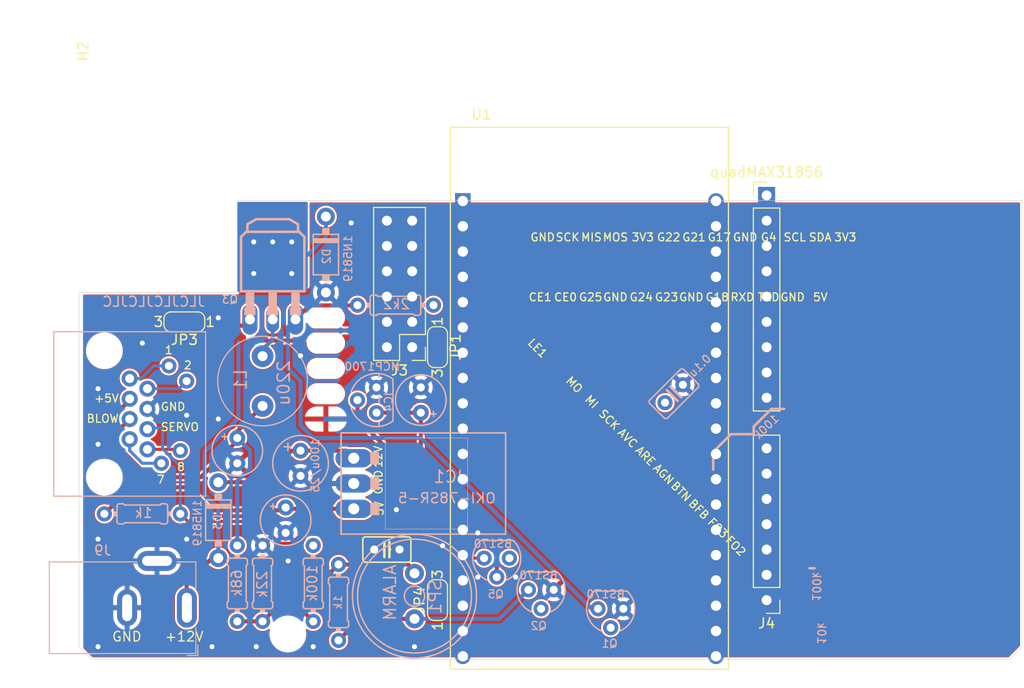
<source format=kicad_pcb>
(kicad_pcb (version 20211014) (generator pcbnew)
  (layers (0 "F.Cu" signal "Top") (31 "B.Cu" signal "Bottom") (35 "F.Paste" user) (36 "B.SilkS" user "B.Silkscreen") (37 "F.SilkS" user "F.Silkscreen") (38 "B.Mask" user) (39 "F.Mask" user) (44 "Edge.Cuts" user))
  (net 0 "")
  (net 1 "GND")
  (net 2 "+5V")
  (net 3 "+12V")
  (net 4 "+3V3")
  (net 5 "Net-(C4-Pad+)")
  (net 6 "Net-(Q2-PadD)")
  (net 7 "/OUT-8")
  (net 8 "/SRVBST")
  (net 9 "/OUT-2")
  (net 10 "/OUT-1")
  (net 11 "/+12V_BLW")
  (net 12 "/OUT-7")
  (net 13 "Net-(D2-PadC)")
  (net 14 "Net-(Q1-PadD)")
  (net 15 "Net-(R13-Pad2)")
  (net 16 "SCK")
  (net 17 "CS")
  (net 18 "DC")
  (net 19 "RES")
  (net 20 "D1")
  (net 21 "D0")
  (net 22 "VCC")
  (net 23 "Blower")
  (net 24 "Alarm")
  (net 25 "Servo")
  (net 26 "SDI")
  (net 27 "CS3")
  (net 28 "CS2")
  (net 29 "CS1")
  (net 30 "SC0")
  (net 31 "SDO")
  (net 32 "Net-(JP1-Pad2)")
  (net 52 "Net-(JP3-Pad2)")
  (net 53 "Net-(JP4-Pad2)")
  (net 54 "Blower FB")
  (footprint "Jumper:SolderJumper-3_P1.3mm_Open_RoundedPad1.0x1.5mm_NumberLabels" (layer "F.Cu") (at 137.16 96.52 -90)
    (fp_text reference "JP1" (at 0 -1.8 -90) (layer "F.SilkS"))
    (fp_text value "SolderJumper_3_Open")
    (fp_text user "3" (at 2.6 0 -90) (layer "F.SilkS"))
    (fp_text user "1" (at -2.6 0 -90) (layer "F.SilkS"))
    (pad "1" smd custom locked (at -1.3 0 270) (size 1 0.5) (layers "F.Cu" "F.Mask") (net 2 "+5V") (options (clearance outline) (anchor rect)) (primitives (gr_circle (center 0 0.25) (end 0.5 0.25) (width 0) (fill yes)) (gr_circle (center 0 -0.25) (end 0.5 -0.25) (width 0) (fill yes)) (gr_poly (pts (xy 0.55 0.75) (xy 0 0.75) (xy 0 -0.75) (xy 0.55 -0.75)) (width 0) (fill yes))))
    (pad "2" smd rect locked (at 0 0 270) (size 1 1.5) (layers "F.Cu" "F.Mask") (net 32 "Net-(JP1-Pad2)"))
    (pad "3" smd custom locked (at 1.3 0 270) (size 1 0.5) (layers "F.Cu" "F.Mask") (net 4 "+3V3") (options (clearance outline) (anchor rect)) (primitives (gr_circle (center 0 0.25) (end 0.5 0.25) (width 0) (fill yes)) (gr_circle (center 0 -0.25) (end 0.5 -0.25) (width 0) (fill yes)) (gr_poly (pts (xy 0 0.75) (xy -0.55 0.75) (xy -0.55 -0.75) (xy 0 -0.75)) (width 0) (fill yes))))
  )
  (footprint "HeaterMeterPI:PAD-032" (layer "F.Cu") (at 111.3536 106.9086)
    (fp_text reference "U$1" hide)
    (fp_text value "THROUGH-HOLE" hide)
    (pad "P" thru_hole circle locked (at 0 0) (size 1.524 1.524) (drill 0.8128) (layers *.Cu *.Mask) (net 7 "/OUT-8"))
  )
  (footprint "HeaterMeterPI:PAD-032" (layer "F.Cu") (at 109.4486 108.1786)
    (fp_text reference "U$2" hide)
    (fp_text value "THROUGH-HOLE" hide)
    (pad "P" thru_hole circle locked (at 0 0) (size 1.524 1.524) (drill 0.8128) (layers *.Cu *.Mask) (net 12 "/OUT-7"))
  )
  (footprint "HeaterMeterPI:PAD-032" (layer "F.Cu") (at 110.2106 98.3996)
    (fp_text reference "U$3" hide)
    (fp_text value "THROUGH-HOLE" hide)
    (pad "P" thru_hole circle locked (at 0 0) (size 1.524 1.524) (drill 0.8128) (layers *.Cu *.Mask) (net 10 "/OUT-1"))
  )
  (footprint "HeaterMeterPI:PAD-032" (layer "F.Cu") (at 111.9886 99.9236)
    (fp_text reference "U$4" hide)
    (fp_text value "THROUGH-HOLE" hide)
    (pad "P" thru_hole circle locked (at 0 0) (size 1.524 1.524) (drill 0.8128) (layers *.Cu *.Mask) (net 9 "/OUT-2"))
  )
  (footprint "MountingHole:MountingHole_3.2mm_M3_ISO14580" (layer "F.Cu") (at 122.1486 125.3236)
    (fp_text reference "H1" hide)
    (fp_text value "MountingHole" hide)
    (pad "" np_thru_hole circle locked (at 0 0) (size 3.2 3.2) (drill 3.2) (layers *.Cu *.Mask))
  )
  (footprint "ESP32-DEVKITC-32D:MODULE_ESP32-DEVKITC-32D" (layer "F.Cu") (at 152.4 101.6)
    (fp_text reference "U1" (at -10.829175 -28.446045) (layer "F.SilkS") (effects (font (size 1.000386 1.000386))))
    (fp_text value "ESP32-DEVKITC-32D")
    (pad "1" thru_hole rect locked (at -12.7 -19.76) (size 1.56 1.56) (drill 1.04) (layers *.Cu *.Mask) (net 4 "+3V3"))
    (pad "2" thru_hole circle locked (at -12.7 -17.22) (size 1.56 1.56) (drill 1.04) (layers *.Cu *.Mask))
    (pad "3" thru_hole circle locked (at -12.7 -14.68) (size 1.56 1.56) (drill 1.04) (layers *.Cu *.Mask))
    (pad "4" thru_hole circle locked (at -12.7 -12.14) (size 1.56 1.56) (drill 1.04) (layers *.Cu *.Mask))
    (pad "5" thru_hole circle locked (at -12.7 -9.6) (size 1.56 1.56) (drill 1.04) (layers *.Cu *.Mask))
    (pad "6" thru_hole circle locked (at -12.7 -7.06) (size 1.56 1.56) (drill 1.04) (layers *.Cu *.Mask))
    (pad "7" thru_hole circle locked (at -12.7 -4.52) (size 1.56 1.56) (drill 1.04) (layers *.Cu *.Mask))
    (pad "8" thru_hole circle locked (at -12.7 -1.98) (size 1.56 1.56) (drill 1.04) (layers *.Cu *.Mask) (net 27 "CS3"))
    (pad "9" thru_hole circle locked (at -12.7 0.56) (size 1.56 1.56) (drill 1.04) (layers *.Cu *.Mask) (net 28 "CS2"))
    (pad "10" thru_hole circle locked (at -12.7 3.1) (size 1.56 1.56) (drill 1.04) (layers *.Cu *.Mask) (net 29 "CS1"))
    (pad "11" thru_hole circle locked (at -12.7 5.64) (size 1.56 1.56) (drill 1.04) (layers *.Cu *.Mask) (net 30 "SC0"))
    (pad "12" thru_hole circle locked (at -12.7 8.18) (size 1.56 1.56) (drill 1.04) (layers *.Cu *.Mask) (net 21 "D0"))
    (pad "13" thru_hole circle locked (at -12.7 10.72) (size 1.56 1.56) (drill 1.04) (layers *.Cu *.Mask) (net 18 "DC"))
    (pad "14" thru_hole circle locked (at -12.7 13.26) (size 1.56 1.56) (drill 1.04) (layers *.Cu *.Mask) (net 1 "GND"))
    (pad "15" thru_hole circle locked (at -12.7 15.8) (size 1.56 1.56) (drill 1.04) (layers *.Cu *.Mask) (net 20 "D1"))
    (pad "16" thru_hole circle locked (at -12.7 18.34) (size 1.56 1.56) (drill 1.04) (layers *.Cu *.Mask))
    (pad "17" thru_hole circle locked (at -12.7 20.88) (size 1.56 1.56) (drill 1.04) (layers *.Cu *.Mask))
    (pad "18" thru_hole circle locked (at -12.7 23.42) (size 1.56 1.56) (drill 1.04) (layers *.Cu *.Mask))
    (pad "19" thru_hole circle locked (at -12.7 25.96) (size 1.56 1.56) (drill 1.04) (layers *.Cu *.Mask) (net 2 "+5V"))
    (pad "20" thru_hole circle locked (at 12.7 -19.76) (size 1.56 1.56) (drill 1.04) (layers *.Cu *.Mask) (net 1 "GND"))
    (pad "21" thru_hole circle locked (at 12.7 -17.22) (size 1.56 1.56) (drill 1.04) (layers *.Cu *.Mask) (net 26 "SDI"))
    (pad "22" thru_hole circle locked (at 12.7 -14.68) (size 1.56 1.56) (drill 1.04) (layers *.Cu *.Mask))
    (pad "23" thru_hole circle locked (at 12.7 -12.14) (size 1.56 1.56) (drill 1.04) (layers *.Cu *.Mask))
    (pad "24" thru_hole circle locked (at 12.7 -9.6) (size 1.56 1.56) (drill 1.04) (layers *.Cu *.Mask))
    (pad "25" thru_hole circle locked (at 12.7 -7.06) (size 1.56 1.56) (drill 1.04) (layers *.Cu *.Mask))
    (pad "26" thru_hole circle locked (at 12.7 -4.52) (size 1.56 1.56) (drill 1.04) (layers *.Cu *.Mask))
    (pad "27" thru_hole circle locked (at 12.7 -1.98) (size 1.56 1.56) (drill 1.04) (layers *.Cu *.Mask) (net 31 "SDO"))
    (pad "28" thru_hole circle locked (at 12.7 0.56) (size 1.56 1.56) (drill 1.04) (layers *.Cu *.Mask) (net 16 "SCK"))
    (pad "29" thru_hole circle locked (at 12.7 3.1) (size 1.56 1.56) (drill 1.04) (layers *.Cu *.Mask) (net 54 "Blower FB"))
    (pad "30" thru_hole circle locked (at 12.7 5.64) (size 1.56 1.56) (drill 1.04) (layers *.Cu *.Mask) (net 25 "Servo"))
    (pad "31" thru_hole circle locked (at 12.7 8.18) (size 1.56 1.56) (drill 1.04) (layers *.Cu *.Mask) (net 24 "Alarm"))
    (pad "32" thru_hole circle locked (at 12.7 10.72) (size 1.56 1.56) (drill 1.04) (layers *.Cu *.Mask) (net 19 "RES"))
    (pad "33" thru_hole circle locked (at 12.7 13.26) (size 1.56 1.56) (drill 1.04) (layers *.Cu *.Mask))
    (pad "34" thru_hole circle locked (at 12.7 15.8) (size 1.56 1.56) (drill 1.04) (layers *.Cu *.Mask))
    (pad "35" thru_hole circle locked (at 12.7 18.34) (size 1.56 1.56) (drill 1.04) (layers *.Cu *.Mask) (net 17 "CS"))
    (pad "36" thru_hole circle locked (at 12.7 20.88) (size 1.56 1.56) (drill 1.04) (layers *.Cu *.Mask))
    (pad "37" thru_hole circle locked (at 12.7 23.42) (size 1.56 1.56) (drill 1.04) (layers *.Cu *.Mask))
    (pad "38" thru_hole circle locked (at 12.7 25.96) (size 1.56 1.56) (drill 1.04) (layers *.Cu *.Mask))
  )
  (footprint "Connector_PinHeader_2.54mm:PinHeader_1x09_P2.54mm_Vertical" (layer "F.Cu") (at 170.18 81.28)
    (fp_text reference "quadMAX31856" (at 0 -2.33) (layer "F.SilkS"))
    (fp_text value "Conn_01x09")
    (pad "1" thru_hole rect locked (at 0 0) (size 1.7 1.7) (drill 1) (layers *.Cu *.Mask) (net 1 "GND"))
    (pad "2" thru_hole oval locked (at 0 2.54) (size 1.7 1.7) (drill 1) (layers *.Cu *.Mask) (net 16 "SCK"))
    (pad "3" thru_hole oval locked (at 0 5.08) (size 1.7 1.7) (drill 1) (layers *.Cu *.Mask) (net 26 "SDI"))
    (pad "4" thru_hole oval locked (at 0 7.62) (size 1.7 1.7) (drill 1) (layers *.Cu *.Mask) (net 27 "CS3"))
    (pad "5" thru_hole oval locked (at 0 10.16) (size 1.7 1.7) (drill 1) (layers *.Cu *.Mask) (net 28 "CS2"))
    (pad "6" thru_hole oval locked (at 0 12.7) (size 1.7 1.7) (drill 1) (layers *.Cu *.Mask) (net 29 "CS1"))
    (pad "7" thru_hole oval locked (at 0 15.24) (size 1.7 1.7) (drill 1) (layers *.Cu *.Mask) (net 30 "SC0"))
    (pad "8" thru_hole oval locked (at 0 17.78) (size 1.7 1.7) (drill 1) (layers *.Cu *.Mask) (net 31 "SDO"))
    (pad "9" thru_hole oval locked (at 0 20.32) (size 1.7 1.7) (drill 1) (layers *.Cu *.Mask) (net 32 "Net-(JP1-Pad2)"))
  )
  (footprint "Connector_PinHeader_2.54mm:PinHeader_2x06_P2.54mm_Vertical" (layer "F.Cu") (at 134.62 96.52 180)
    (fp_text reference "J3" (at 1.27 -2.33) (layer "F.SilkS"))
    (fp_text value "Conn_02x03_Odd_Even")
    (pad "1" thru_hole rect locked (at 0 0 180) (size 1.7 1.7) (drill 1) (layers *.Cu *.Mask) (net 3 "+12V"))
    (pad "2" thru_hole oval locked (at 2.54 0 180) (size 1.7 1.7) (drill 1) (layers *.Cu *.Mask) (net 1 "GND"))
    (pad "3" thru_hole oval locked (at 0 2.54 180) (size 1.7 1.7) (drill 1) (layers *.Cu *.Mask) (net 2 "+5V"))
    (pad "4" thru_hole oval locked (at 2.54 2.54 180) (size 1.7 1.7) (drill 1) (layers *.Cu *.Mask) (net 1 "GND"))
    (pad "5" thru_hole oval locked (at 0 5.08 180) (size 1.7 1.7) (drill 1) (layers *.Cu *.Mask) (net 4 "+3V3"))
    (pad "6" thru_hole oval locked (at 2.54 5.08 180) (size 1.7 1.7) (drill 1) (layers *.Cu *.Mask) (net 1 "GND"))
    (pad "7" thru_hole oval locked (at 0 7.62 180) (size 1.7 1.7) (drill 1) (layers *.Cu *.Mask))
    (pad "8" thru_hole oval locked (at 2.54 7.62 180) (size 1.7 1.7) (drill 1) (layers *.Cu *.Mask))
    (pad "9" thru_hole oval locked (at 0 10.16 180) (size 1.7 1.7) (drill 1) (layers *.Cu *.Mask))
    (pad "10" thru_hole oval locked (at 2.54 10.16 180) (size 1.7 1.7) (drill 1) (layers *.Cu *.Mask))
    (pad "11" thru_hole oval locked (at 0 12.7 180) (size 1.7 1.7) (drill 1) (layers *.Cu *.Mask))
    (pad "12" thru_hole oval locked (at 2.54 12.7 180) (size 1.7 1.7) (drill 1) (layers *.Cu *.Mask))
  )
  (footprint "Jumper:SolderJumper-3_P1.3mm_Open_RoundedPad1.0x1.5mm_NumberLabels" (layer "F.Cu") (at 137.16 121.92 90)
    (fp_text reference "JP4" (at 0 -1.8 90) (layer "F.SilkS"))
    (fp_text value "SolderJumper_3_Open")
    (fp_text user "3" (at 2.6 0 90) (layer "F.SilkS"))
    (fp_text user "1" (at -2.6 0 90) (layer "F.SilkS"))
    (pad "1" smd custom locked (at -1.3 0 90) (size 1 0.5) (layers "F.Cu" "F.Mask") (net 3 "+12V") (options (clearance outline) (anchor rect)) (primitives (gr_circle (center 0 0.25) (end 0.5 0.25) (width 0) (fill yes)) (gr_circle (center 0 -0.25) (end 0.5 -0.25) (width 0) (fill yes)) (gr_poly (pts (xy 0.55 0.75) (xy 0 0.75) (xy 0 -0.75) (xy 0.55 -0.75)) (width 0) (fill yes))))
    (pad "2" smd rect locked (at 0 0 90) (size 1 1.5) (layers "F.Cu" "F.Mask") (net 53 "Net-(JP4-Pad2)"))
    (pad "3" smd custom locked (at 1.3 0 90) (size 1 0.5) (layers "F.Cu" "F.Mask") (net 2 "+5V") (options (clearance outline) (anchor rect)) (primitives (gr_circle (center 0 0.25) (end 0.5 0.25) (width 0) (fill yes)) (gr_circle (center 0 -0.25) (end 0.5 -0.25) (width 0) (fill yes)) (gr_poly (pts (xy 0 0.75) (xy -0.55 0.75) (xy -0.55 -0.75) (xy 0 -0.75)) (width 0) (fill yes))))
  )
  (footprint "Connector_PinHeader_2.54mm:PinHeader_1x07_P2.54mm_Vertical" (layer "F.Cu") (at 170.18 121.92 180)
    (fp_text reference "J4" (at 0 -2.33) (layer "F.SilkS"))
    (fp_text value "0.96'OLED")
    (pad "1" thru_hole rect locked (at 0 0 180) (size 1.7 1.7) (drill 1) (layers *.Cu *.Mask) (net 17 "CS"))
    (pad "2" thru_hole oval locked (at 0 2.54 180) (size 1.7 1.7) (drill 1) (layers *.Cu *.Mask) (net 18 "DC"))
    (pad "3" thru_hole oval locked (at 0 5.08 180) (size 1.7 1.7) (drill 1) (layers *.Cu *.Mask) (net 19 "RES"))
    (pad "4" thru_hole oval locked (at 0 7.62 180) (size 1.7 1.7) (drill 1) (layers *.Cu *.Mask) (net 20 "D1"))
    (pad "5" thru_hole oval locked (at 0 10.16 180) (size 1.7 1.7) (drill 1) (layers *.Cu *.Mask) (net 21 "D0"))
    (pad "6" thru_hole oval locked (at 0 12.7 180) (size 1.7 1.7) (drill 1) (layers *.Cu *.Mask) (net 22 "VCC"))
    (pad "7" thru_hole oval locked (at 0 15.24 180) (size 1.7 1.7) (drill 1) (layers *.Cu *.Mask) (net 1 "GND"))
  )
  (footprint "HeaterMeterPI:C025-025X050" (layer "F.Cu") (at 132.08 116.84)
    (fp_text reference "C7" hide)
    (fp_text value "0.1u")
    (pad "1" thru_hole circle locked (at -1.27 0) (size 1.524 1.524) (drill 0.8128) (layers *.Cu *.Mask) (net 54 "Blower FB"))
    (pad "2" thru_hole circle locked (at 1.27 0) (size 1.524 1.524) (drill 0.8128) (layers *.Cu *.Mask) (net 1 "GND"))
  )
  (footprint "MountingHole:MountingHole_3.2mm_M3_ISO14580" (layer "F.Cu") (at 97.86 66.81 -90)
    (fp_text reference "H2" (at 0 -3.75 90) (layer "F.SilkS"))
    (fp_text value "MountingHole")
    (pad "" np_thru_hole circle locked (at 0 0 270) (size 3.2 3.2) (drill 3.2) (layers *.Cu *.Mask))
  )
  (footprint "Jumper:SolderJumper-3_P1.3mm_Open_RoundedPad1.0x1.5mm_NumberLabels" (layer "F.Cu") (at 111.76 93.98 180)
    (fp_text reference "JP3" (at 0 -1.8) (layer "F.SilkS"))
    (fp_text value "SolderJumper_3_Open")
    (fp_text user "3" (at 2.6 0) (layer "F.SilkS"))
    (fp_text user "1" (at -2.6 0) (layer "F.SilkS"))
    (pad "1" smd custom locked (at -1.3 0 180) (size 1 0.5) (layers "F.Cu" "F.Mask") (net 3 "+12V") (options (clearance outline) (anchor rect)) (primitives (gr_circle (center 0 0.25) (end 0.5 0.25) (width 0) (fill yes)) (gr_circle (center 0 -0.25) (end 0.5 -0.25) (width 0) (fill yes)) (gr_poly (pts (xy 0.55 0.75) (xy 0 0.75) (xy 0 -0.75) (xy 0.55 -0.75)) (width 0) (fill yes))))
    (pad "2" smd rect locked (at 0 0 180) (size 1 1.5) (layers "F.Cu" "F.Mask") (net 52 "Net-(JP3-Pad2)"))
    (pad "3" smd custom locked (at 1.3 0 180) (size 1 0.5) (layers "F.Cu" "F.Mask") (net 2 "+5V") (options (clearance outline) (anchor rect)) (primitives (gr_circle (center 0 0.25) (end 0.5 0.25) (width 0) (fill yes)) (gr_circle (center 0 -0.25) (end 0.5 -0.25) (width 0) (fill yes)) (gr_poly (pts (xy 0 0.75) (xy -0.55 0.75) (xy -0.55 -0.75) (xy 0 -0.75)) (width 0) (fill yes))))
  )
  (footprint "HeaterMeterPI:C025-025X050" (layer "B.Cu") (at 160.8836 101.1936 45)
    (fp_text reference "C3" hide)
    (fp_text value "0.1u" (at 2.424669 0.305329 225) (layer "B.SilkS") (effects (font (size 0.8 0.8) (thickness 0.13)) (justify right bottom mirror)))
    (pad "1" thru_hole circle locked (at -1.27 0 45) (size 1.524 1.524) (drill 0.8128) (layers *.Cu *.Mask) (net 4 "+3V3"))
    (pad "2" thru_hole circle locked (at 1.27 0 45) (size 1.524 1.524) (drill 0.8128) (layers *.Cu *.Mask) (net 1 "GND"))
  )
  (footprint "HeaterMeterPI:DO41-7" (layer "B.Cu") (at 115.1636 113.8936 -90)
    (fp_text reference "D3" (at 1.0414 -0.4064 90) (layer "B.SilkS") (effects (font (size 0.8 0.8) (thickness 0.13)) (justify right bottom mirror)))
    (fp_text value "1N5819" (at 2.6924 1.6256 90) (layer "B.SilkS") (effects (font (size 0.8 0.8) (thickness 0.13)) (justify right bottom mirror)))
    (pad "A" thru_hole circle locked (at 3.81 0 270) (size 1.8 1.8) (drill 1) (layers *.Cu *.Mask) (net 3 "+12V"))
    (pad "C" thru_hole circle locked (at -3.81 0 270) (size 1.8 1.8) (drill 1) (layers *.Cu *.Mask) (net 5 "Net-(C4-Pad+)"))
  )
  (footprint "HeaterMeterPI:E2,5-6" (layer "B.Cu") (at 123.4186 108.1786 -90)
    (fp_text reference "C4" hide)
    (fp_text value "100u/25" (at -2.5146 -1.9304 -90) (layer "B.SilkS") (effects (font (size 0.8 0.8) (thickness 0.13)) (justify left bottom mirror)))
    (pad "+" thru_hole circle locked (at -1.27 0 270) (size 1.6002 1.6002) (drill 0.8128) (layers *.Cu *.Mask) (net 5 "Net-(C4-Pad+)"))
    (pad "-" thru_hole circle locked (at 1.27 0 270) (size 1.6002 1.6002) (drill 0.8128) (layers *.Cu *.Mask) (net 1 "GND"))
  )
  (footprint "HeaterMeterPI:E2,5-5" (layer "B.Cu") (at 121.92 113.8936 -90)
    (fp_text reference "C5" hide)
    (fp_text value "100u/10")
    (pad "+" thru_hole circle locked (at -1.27 0 270) (size 1.6002 1.6002) (drill 0.8128) (layers *.Cu *.Mask) (net 2 "+5V"))
    (pad "-" thru_hole circle locked (at 1.27 0 270) (size 1.6002 1.6002) (drill 0.8128) (layers *.Cu *.Mask) (net 1 "GND"))
  )
  (footprint "HeaterMeterPI:AL11P" (layer "B.Cu") (at 134.8486 121.5136 90)
    (fp_text reference "SP1" (at -1.9304 2.794 90) (layer "B.SilkS") (effects (font (size 1.2065 1.2065) (thickness 0.156845)) (justify right bottom mirror)))
    (fp_text value "ALARM" (at -2.5654 -1.7526 90) (layer "B.SilkS") (effects (font (size 1.2065 1.2065) (thickness 0.156845)) (justify right bottom mirror)))
    (pad "+" thru_hole circle locked (at 2.286 0 90) (size 1.905 1.905) (drill 1) (layers *.Cu *.Mask) (net 53 "Net-(JP4-Pad2)"))
    (pad "-" thru_hole circle locked (at -2.286 0 90) (size 1.905 1.905) (drill 1) (layers *.Cu *.Mask) (net 6 "Net-(Q2-PadD)"))
  )
  (footprint "HeaterMeterPI:TO220HMURATA" (layer "B.Cu") (at 133.8326 110.2106 90)
    (fp_text reference "IC1" (at -0.0254 2.8194 180) (layer "B.SilkS") (effects (font (size 1.2065 1.2065) (thickness 0.156845)) (justify right bottom mirror)))
    (fp_text value "OKI-78SR-5" (at -2.0574 -0.7366 180) (layer "B.SilkS") (effects (justify right bottom mirror)))
    (pad "1" thru_hole oval locked (at 2.54 -5.08) (size 3.6576 1.8288) (drill 1.1176) (layers *.Cu *.Mask) (net 5 "Net-(C4-Pad+)"))
    (pad "2" thru_hole oval locked (at 0 -5.08) (size 3.6576 1.8288) (drill 1.1176) (layers *.Cu *.Mask) (net 1 "GND"))
    (pad "3" thru_hole oval locked (at -2.54 -5.08) (size 3.6576 1.8288) (drill 1.1176) (layers *.Cu *.Mask) (net 2 "+5V"))
  )
  (footprint "HeaterMeterPI:TO92" (layer "B.Cu") (at 131.0386 101.8286 -90)
    (fp_text reference "IC4" (at -0.8636 -1.6764 -90) (layer "B.SilkS") (effects (font (size 0.8 0.8) (thickness 0.13)) (justify left bottom mirror)))
    (fp_text value "MCP1700" (at -2.8956 -2.4384) (layer "B.SilkS") (effects (font (size 0.8 0.8) (thickness 0.13)) (justify left bottom mirror)))
    (pad "1" thru_hole circle locked (at -1.27 0 270) (size 1.524 1.524) (drill 0.8128) (layers *.Cu *.Mask) (net 1 "GND"))
    (pad "2" thru_hole circle locked (at 0 1.905 270) (size 1.524 1.524) (drill 0.8128) (layers *.Cu *.Mask) (net 2 "+5V"))
    (pad "3" thru_hole circle locked (at 1.27 0 270) (size 1.524 1.524) (drill 0.8128) (layers *.Cu *.Mask) (net 4 "+3V3"))
  )
  (footprint "HeaterMeterPI:RJ45-8-1H" (layer "B.Cu") (at 103.7336 109.5756 90)
    (fp_text reference "JP2" hide)
    (fp_text value "RJ45-8" hide)
    (pad "" np_thru_hole circle locked (at 12.7 0 90) (size 3.2 3.2) (drill 3.2) (layers *.Cu *.Mask))
    (pad "" np_thru_hole circle locked (at 0 0 90) (size 3.2 3.2) (drill 3.2) (layers *.Cu *.Mask))
    (pad "1" thru_hole circle locked (at 9.906 2.54 90) (size 1.6112 1.6112) (drill 0.9) (layers *.Cu *.Mask) (net 10 "/OUT-1"))
    (pad "2" thru_hole circle locked (at 8.89 4.318 90) (size 1.6112 1.6112) (drill 0.9) (layers *.Cu *.Mask) (net 9 "/OUT-2"))
    (pad "3" thru_hole circle locked (at 7.874 2.54 90) (size 1.6112 1.6112) (drill 0.9) (layers *.Cu *.Mask) (net 2 "+5V"))
    (pad "4" thru_hole circle locked (at 6.858 4.318 90) (size 1.6112 1.6112) (drill 0.9) (layers *.Cu *.Mask) (net 1 "GND"))
    (pad "5" thru_hole circle locked (at 5.842 2.54 90) (size 1.6112 1.6112) (drill 0.9) (layers *.Cu *.Mask) (net 11 "/+12V_BLW"))
    (pad "6" thru_hole circle locked (at 4.826 4.318 90) (size 1.6112 1.6112) (drill 0.9) (layers *.Cu *.Mask) (net 8 "/SRVBST"))
    (pad "7" thru_hole circle locked (at 3.81 2.54 90) (size 1.6112 1.6112) (drill 0.9) (layers *.Cu *.Mask) (net 12 "/OUT-7"))
    (pad "8" thru_hole circle locked (at 2.794 4.318 90) (size 1.6112 1.6112) (drill 0.9) (layers *.Cu *.Mask) (net 7 "/OUT-8"))
  )
  (footprint "HeaterMeterPI:DO41-7" (layer "B.Cu") (at 125.9586 87.2236 -90)
    (fp_text reference "D2" (at 1.0414 -0.5334 90) (layer "B.SilkS") (effects (font (size 0.8 0.8) (thickness 0.13)) (justify right bottom mirror)))
    (fp_text value "1N5819" (at 2.8194 -2.6924 90) (layer "B.SilkS") (effects (font (size 0.8 0.8) (thickness 0.13)) (justify right bottom mirror)))
    (pad "A" thru_hole circle locked (at 3.81 0 270) (size 1.8 1.8) (drill 1) (layers *.Cu *.Mask) (net 1 "GND"))
    (pad "C" thru_hole circle locked (at -3.81 0 270) (size 1.8 1.8) (drill 1) (layers *.Cu *.Mask) (net 13 "Net-(D2-PadC)"))
  )
  (footprint "HeaterMeterPI:TO251" (layer "B.Cu") (at 120.6246 91.0336 180)
    (fp_text reference "Q3" (at 3.4036 -1.1684 180) (layer "B.SilkS") (effects (font (size 0.8 0.8) (thickness 0.13)) (justify left bottom mirror)))
    (fp_text value "FQU11P06TU" hide)
    (pad "1" thru_hole oval locked (at -2.286 -2.699 90) (size 3.048 1.524) (drill 1) (layers *.Cu *.Mask) (net 14 "Net-(Q1-PadD)"))
    (pad "2@1" thru_hole oval locked (at 0 -2.699 90) (size 2.54 1.27) (drill 1) (layers *.Cu *.Mask) (net 13 "Net-(D2-PadC)"))
    (pad "2@2" smd rect locked (at 0 3.81 180) (size 6.35 7.62) (layers "B.Cu" "B.Paste" "B.Mask") (net 13 "Net-(D2-PadC)"))
    (pad "3" thru_hole oval locked (at 2.286 -2.699 90) (size 3.048 1.524) (drill 1) (layers *.Cu *.Mask) (net 52 "Net-(JP3-Pad2)"))
  )
  (footprint "HeaterMeterPI:E2,5-5" (layer "B.Cu") (at 117.0686 106.9086 -90)
    (fp_text reference "C12" hide)
    (fp_text value "47u/25")
    (pad "+" thru_hole circle locked (at -1.27 0 270) (size 1.6002 1.6002) (drill 0.8128) (layers *.Cu *.Mask) (net 11 "/+12V_BLW"))
    (pad "-" thru_hole circle locked (at 1.27 0 270) (size 1.6002 1.6002) (drill 0.8128) (layers *.Cu *.Mask) (net 1 "GND"))
  )
  (footprint "HeaterMeterPI:0204_7" (layer "B.Cu") (at 132.9436 92.3036 180)
    (fp_text reference "R14" hide)
    (fp_text value "2k2" (at 1.3716 -0.4826) (layer "B.SilkS") (effects (justify right bottom mirror)))
    (pad "1" thru_hole circle locked (at -3.81 0 180) (size 1.524 1.524) (drill 0.8128) (layers *.Cu *.Mask) (net 52 "Net-(JP3-Pad2)"))
    (pad "2" thru_hole circle locked (at 3.81 0 180) (size 1.524 1.524) (drill 0.8128) (layers *.Cu *.Mask) (net 14 "Net-(Q1-PadD)"))
  )
  (footprint "HeaterMeterPI:SOT54E" (layer "B.Cu") (at 154.5336 122.7836)
    (fp_text reference "Q1" (at -0.9906 3.9624) (layer "B.SilkS") (effects (font (size 0.8 0.8) (thickness 0.13)) (justify right bottom mirror)))
    (fp_text value "BS170" (at -2.5146 -0.9906) (layer "B.SilkS") (effects (font (size 0.8 0.8) (thickness 0.13)) (justify right bottom mirror)))
    (pad "D" thru_hole circle locked (at -1.27 0) (size 1.524 1.524) (drill 0.8128) (layers *.Cu *.Mask) (net 14 "Net-(Q1-PadD)"))
    (pad "G" thru_hole circle locked (at 0 1.905) (size 1.524 1.524) (drill 0.8128) (layers *.Cu *.Mask) (net 23 "Blower"))
    (pad "S" thru_hole circle locked (at 1.27 0) (size 1.524 1.524) (drill 0.8128) (layers *.Cu *.Mask) (net 1 "GND"))
  )
  (footprint "HeaterMeterPI:SOT54E" (layer "B.Cu") (at 147.5486 120.8786)
    (fp_text reference "Q2" (at -1.1176 4.0894) (layer "B.SilkS") (effects (font (size 0.8 0.8) (thickness 0.13)) (justify right bottom mirror)))
    (fp_text value "BS170" (at -2.2606 -0.9906) (layer "B.SilkS") (effects (font (size 0.8 0.8) (thickness 0.13)) (justify right bottom mirror)))
    (pad "D" thru_hole circle locked (at -1.27 0) (size 1.524 1.524) (drill 0.8128) (layers *.Cu *.Mask) (net 6 "Net-(Q2-PadD)"))
    (pad "G" thru_hole circle locked (at 0 1.905) (size 1.524 1.524) (drill 0.8128) (layers *.Cu *.Mask) (net 24 "Alarm"))
    (pad "S" thru_hole circle locked (at 1.27 0) (size 1.524 1.524) (drill 0.8128) (layers *.Cu *.Mask) (net 1 "GND"))
  )
  (footprint "HeaterMeterPI:0204_7" (layer "B.Cu") (at 119.6086 120.2436 90)
    (fp_text reference "R4" hide)
    (fp_text value "22k" (at -1.5494 0.5334 90) (layer "B.SilkS") (effects (justify right bottom mirror)))
    (pad "1" thru_hole circle locked (at -3.81 0 90) (size 1.524 1.524) (drill 0.8128) (layers *.Cu *.Mask) (net 15 "Net-(R13-Pad2)"))
    (pad "2" thru_hole circle locked (at 3.81 0 90) (size 1.524 1.524) (drill 0.8128) (layers *.Cu *.Mask) (net 1 "GND"))
  )
  (footprint "HeaterMeterPI:0204_7" (layer "B.Cu") (at 117.0686 120.2436 -90)
    (fp_text reference "R13" hide)
    (fp_text value "68k" (at 1.4224 -0.5334 90) (layer "B.SilkS") (effects (justify right bottom mirror)))
    (pad "1" thru_hole circle locked (at -3.81 0 270) (size 1.524 1.524) (drill 0.8128) (layers *.Cu *.Mask) (net 11 "/+12V_BLW"))
    (pad "2" thru_hole circle locked (at 3.81 0 270) (size 1.524 1.524) (drill 0.8128) (layers *.Cu *.Mask) (net 15 "Net-(R13-Pad2)"))
  )
  (footprint "HeaterMeterPI:0204_7" (layer "B.Cu") (at 124.6886 120.2436 90)
    (fp_text reference "R19" hide)
    (fp_text value "100k" (at -1.9304 0.4826 90) (layer "B.SilkS") (effects (justify right bottom mirror)))
    (pad "1" thru_hole circle locked (at -3.81 0 90) (size 1.524 1.524) (drill 0.8128) (layers *.Cu *.Mask) (net 15 "Net-(R13-Pad2)"))
    (pad "2" thru_hole circle locked (at 3.81 0 90) (size 1.524 1.524) (drill 0.8128) (layers *.Cu *.Mask) (net 54 "Blower FB"))
  )
  (footprint "HeaterMeterPI:E5-9" (layer "B.Cu") (at 119.6086 99.9236 -90)
    (fp_text reference "L1" (at 1.0414 1.4986 90) (layer "B.SilkS") (effects (font (size 1.2065 1.2065) (thickness 0.156845)) (justify right bottom mirror)))
    (fp_text value "220u" (at 2.5654 -2.8194 90) (layer "B.SilkS") (effects (font (size 1.2065 1.2065) (thickness 0.156845)) (justify right bottom mirror)))
    (pad "NEG" thru_hole circle locked (at 2.5 0 270) (size 2.1844 2.1844) (drill 1) (layers *.Cu *.Mask) (net 11 "/+12V_BLW"))
    (pad "POS" thru_hole circle locked (at -2.5 0 270) (size 2.1844 2.1844) (drill 1) (layers *.Cu *.Mask) (net 13 "Net-(D2-PadC)"))
  )
  (footprint "HeaterMeterPI:SOT54E" (layer "B.Cu") (at 143.1036 117.7036)
    (fp_text reference "Q5" (at -0.9906 4.0894) (layer "B.SilkS") (effects (font (size 0.8 0.8) (thickness 0.13)) (justify right bottom mirror)))
    (fp_text value "BS170" (at -2.3876 -0.9906) (layer "B.SilkS") (effects (font (size 0.8 0.8) (thickness 0.13)) (justify right bottom mirror)))
    (pad "D" thru_hole circle locked (at -1.27 0) (size 1.524 1.524) (drill 0.8128) (layers *.Cu *.Mask) (net 8 "/SRVBST"))
    (pad "G" thru_hole circle locked (at 0 1.905) (size 1.524 1.524) (drill 0.8128) (layers *.Cu *.Mask) (net 4 "+3V3"))
    (pad "S" thru_hole circle locked (at 1.27 0) (size 1.524 1.524) (drill 0.8128) (layers *.Cu *.Mask) (net 25 "Servo"))
  )
  (footprint "HeaterMeterPI:0204_7" (layer "B.Cu") (at 107.5436 113.2586 180)
    (fp_text reference "R21" hide)
    (fp_text value "1k" (at 0.8636 -0.4826) (layer "B.SilkS") (effects (justify right bottom mirror)))
    (pad "1" thru_hole circle locked (at -3.81 0 180) (size 1.524 1.524) (drill 0.8128) (layers *.Cu *.Mask) (net 8 "/SRVBST"))
    (pad "2" thru_hole circle locked (at 3.81 0 180) (size 1.524 1.524) (drill 0.8128) (layers *.Cu *.Mask) (net 2 "+5V"))
  )
  (footprint "HeaterMeterPI:0204_7" (layer "B.Cu") (at 127.2286 122.1486 90)
    (fp_text reference "R3" hide)
    (fp_text value "1k" (at -0.7874 0.4064 90) (layer "B.SilkS") (effects (font (size 0.8 0.8) (thickness 0.13)) (justify right bottom mirror)))
    (pad "1" thru_hole circle locked (at -3.81 0 90) (size 1.524 1.524) (drill 0.8128) (layers *.Cu *.Mask) (net 6 "Net-(Q2-PadD)"))
    (pad "2" thru_hole circle locked (at 3.81 0 90) (size 1.524 1.524) (drill 0.8128) (layers *.Cu *.Mask) (net 53 "Net-(JP4-Pad2)"))
  )
  (footprint "HeaterMeterPI:E2,5-5" (layer "B.Cu") (at 135.4836 101.8286 90)
    (fp_text reference "C6" hide)
    (fp_text value "100u/10")
    (pad "+" thru_hole circle locked (at -1.27 0 90) (size 1.6002 1.6002) (drill 0.8128) (layers *.Cu *.Mask) (net 4 "+3V3"))
    (pad "-" thru_hole circle locked (at 1.27 0 90) (size 1.6002 1.6002) (drill 0.8128) (layers *.Cu *.Mask) (net 1 "GND"))
  )
  (footprint "Connector_BarrelJack:BarrelJack_Horizontal" (layer "B.Cu") (at 112.014 122.682)
    (fp_text reference "J9" (at -8.45 -5.75) (layer "B.SilkS") (effects (justify mirror)))
    (fp_text value "Barrel_Jack_Switch" hide)
    (pad "1" thru_hole oval locked (at 0 0) (size 2 4) (drill oval 1 3) (layers *.Cu *.Mask) (net 3 "+12V"))
    (pad "2" thru_hole oval locked (at -6 0) (size 2 3.7) (drill oval 1 2.7) (layers *.Cu *.Mask) (net 1 "GND"))
    (pad "3" thru_hole oval locked (at -3 -4.7) (size 4 2) (drill oval 3 1) (layers *.Cu *.Mask) (net 1 "GND"))
  )
  (gr_line (start 168.8846 104.4956) (end 170.6626 102.7176) (layer "B.SilkS") (width 0.254))
  (gr_line (start 164.8206 107.0356) (end 166.5986 105.2576) (layer "B.SilkS") (width 0.254))
  (gr_line (start 166.5986 105.2576) (end 168.8846 105.2576) (layer "B.SilkS") (width 0.254))
  (gr_line (start 170.6626 102.7176) (end 171.9326 102.7176) (layer "B.SilkS") (width 0.254))
  (gr_line (start 168.8846 105.2576) (end 168.8846 104.4956) (layer "B.SilkS") (width 0.254))
  (gr_line (start 174.9806 118.7196) (end 174.4726 118.7196) (layer "B.SilkS") (width 0.254))
  (gr_line (start 164.8206 108.8136) (end 164.8206 107.0356) (layer "B.SilkS") (width 0.254))
  (gr_line (start 101.1936 126.5936) (end 102.4636 127.8636) (layer "Edge.Cuts") (width 0.05))
  (gr_line (start 117.0686 91.0336) (end 117.0686 81.788) (layer "Edge.Cuts") (width 0.05))
  (gr_line (start 195.8086 126.5936) (end 194.5386 127.8636) (layer "Edge.Cuts") (width 0.05))
  (gr_line (start 194.5386 127.8636) (end 102.4636 127.8636) (layer "Edge.Cuts") (width 0.05))
  (gr_line (start 101.1936 91.0336) (end 117.0686 91.0336) (layer "Edge.Cuts") (width 0.05))
  (gr_line (start 117.0686 81.788) (end 195.8086 81.788) (layer "Edge.Cuts") (width 0.05))
  (gr_line (start 101.1936 91.0336) (end 101.1936 126.5936) (layer "Edge.Cuts") (width 0.05))
  (gr_line (start 195.8086 81.788) (end 195.8086 126.5936) (layer "Edge.Cuts") (width 0.05))
  (gr_text "COOK ALL HUMANS" (at 132.842 84.709) (layer "F.Cu") (effects (font (size 0.5 0.5) (thickness 0.1)) (justify left bottom)))
  (gr_text "100k" (at 175.641 118.999 -90) (layer "B.SilkS") (effects (font (size 0.8 0.8) (thickness 0.13)) (justify right top mirror)))
  (gr_text "100k" (at 171.577 103.759 45) (layer "B.SilkS") (effects (font (size 0.8 0.8) (thickness 0.13)) (justify left bottom mirror)))
  (gr_text "10k" (at 176.149 124.079 -90) (layer "B.SilkS") (effects (font (size 0.8 0.8) (thickness 0.13)) (justify right top mirror)))
  (gr_text "JLCJLCJLCJLC" (at 113.919 91.948) (layer "B.SilkS") (effects (font (size 1 1)) (justify left mirror)))
  (gr_text "G23" (at 161.3916 91.0336) (layer "F.SilkS") (effects (font (size 0.8 0.8) (thickness 0.13)) (justify right top)))
  (gr_text "TXD" (at 171.5516 91.0336) (layer "F.SilkS") (effects (font (size 0.8 0.8) (thickness 0.13)) (justify right top)))
  (gr_text "GND" (at 146.4056 85.9536) (layer "F.SilkS") (effects (font (size 0.8 0.8) (thickness 0.13)) (justify left bottom)))
  (gr_text "G21" (at 161.6456 85.9536) (layer "F.SilkS") (effects (font (size 0.8 0.8) (thickness 0.13)) (justify left bottom)))
  (gr_text "G17" (at 164.1856 85.9536) (layer "F.SilkS") (effects (font (size 0.8 0.8) (thickness 0.13)) (justify left bottom)))
  (gr_text "CE0" (at 151.2316 91.0336) (layer "F.SilkS") (effects (font (size 0.8 0.8) (thickness 0.13)) (justify right top)))
  (gr_text "G18" (at 166.4716 91.0336) (layer "F.SilkS") (effects (font (size 0.8 0.8) (thickness 0.13)) (justify right top)))
  (gr_text "GND" (at 166.7256 85.9536) (layer "F.SilkS") (effects (font (size 0.8 0.8) (thickness 0.13)) (justify left bottom)))
  (gr_text "G4" (at 169.5196 85.9536) (layer "F.SilkS") (effects (font (size 0.8 0.8) (thickness 0.13)) (justify left bottom)))
  (gr_text "GND" (at 174.0916 91.0336) (layer "F.SilkS") (effects (font (size 0.8 0.8) (thickness 0.13)) (justify right top)))
  (gr_text "CE1" (at 148.6916 91.0336) (layer "F.SilkS") (effects (font (size 0.8 0.8) (thickness 0.13)) (justify right top)))
  (gr_text "G22" (at 159.1056 85.9536) (layer "F.SilkS") (effects (font (size 0.8 0.8) (thickness 0.13)) (justify left bottom)))
  (gr_text "G24" (at 158.8516 91.0336) (layer "F.SilkS") (effects (font (size 0.8 0.8) (thickness 0.13)) (justify right top)))
  (gr_text "RXD" (at 169.0116 91.0336) (layer "F.SilkS") (effects (font (size 0.8 0.8) (thickness 0.13)) (justify right top)))
  (gr_text "GND" (at 156.3116 91.0336) (layer "F.SilkS") (effects (font (size 0.8 0.8) (thickness 0.13)) (justify right top)))
  (gr_text "G25" (at 153.7716 91.0336) (layer "F.SilkS") (effects (font (size 0.8 0.8) (thickness 0.13)) (justify right top)))
  (gr_text "3V3" (at 156.5656 85.9536) (layer "F.SilkS") (effects (font (size 0.8 0.8) (thickness 0.13)) (justify left bottom)))
  (gr_text "5V" (at 176.3776 91.0336) (layer "F.SilkS") (effects (font (size 0.8 0.8) (thickness 0.13)) (justify right top)))
  (gr_text "GND" (at 163.9316 91.0336) (layer "F.SilkS") (effects (font (size 0.8 0.8) (thickness 0.13)) (justify right top)))
  (gr_text "SERVO" (at 109.3216 105.0036) (layer "F.SilkS") (effects (font (size 0.8 0.8) (thickness 0.13)) (justify left bottom)))
  (gr_text "BLOW" (at 105.2576 103.2256) (layer "F.SilkS") (effects (font (size 0.8 0.8) (thickness 0.13)) (justify right top)))
  (gr_text "+5V" (at 105.2576 101.1936) (layer "F.SilkS") (effects (font (size 0.8 0.8) (thickness 0.13)) (justify right top)))
  (gr_text "LE1" (at 146.05 96.139 315) (layer "F.SilkS") (effects (font (size 0.8 0.8) (thickness 0.13)) (justify left bottom)))
  (gr_text "FO2" (at 165.862 115.951 315) (layer "F.SilkS") (effects (font (size 0.8 0.8) (thickness 0.13)) (justify left bottom)))
  (gr_text "GND" (at 131.699 111.379 90) (layer "F.SilkS") (effects (font (size 0.8 0.8) (thickness 0.13)) (justify left bottom)))
  (gr_text "ARE" (at 156.845 106.934 315) (layer "F.SilkS") (effects (font (size 0.8 0.8) (thickness 0.13)) (justify left bottom)))
  (gr_text "MO" (at 149.86 99.949 315) (layer "F.SilkS") (effects (font (size 0.8 0.8) (thickness 0.13)) (justify left bottom)))
  (gr_text "AGN" (at 158.623 108.712 315) (layer "F.SilkS") (effects (font (size 0.8 0.8) (thickness 0.13)) (justify left bottom)))
  (gr_text "12V" (at 131.6736 108.712 90) (layer "F.SilkS") (effects (font (size 0.8 0.8) (thickness 0.13)) (justify left bottom)))
  (gr_text "SCK" (at 153.162 103.251 315) (layer "F.SilkS") (effects (font (size 0.8 0.8) (thickness 0.13)) (justify left bottom)))
  (gr_text "5V" (at 131.8006 113.538 90) (layer "F.SilkS") (effects (font (size 0.8 0.8) (thickness 0.13)) (justify left bottom)))
  (gr_text "FO3" (at 164.084 114.1476 315) (layer "F.SilkS") (effects (font (size 0.8 0.8) (thickness 0.13)) (justify left bottom)))
  (gr_text "BFB" (at 162.179 112.268 315) (layer "F.SilkS") (effects (font (size 0.8 0.8) (thickness 0.13)) (justify left bottom)))
  (gr_text "MI" (at 151.765 101.8286 315) (layer "F.SilkS") (effects (font (size 0.8 0.8) (thickness 0.13)) (justify left bottom)))
  (gr_text "AVC" (at 155.067 105.156 315) (layer "F.SilkS") (effects (font (size 0.8 0.8) (thickness 0.13)) (justify left bottom)))
  (gr_text "BTN" (at 160.401 110.49 315) (layer "F.SilkS") (effects (font (size 0.8 0.8) (thickness 0.13)) (justify left bottom)))
  (gr_text "7" (at 109.855 109.347) (layer "F.SilkS") (effects (font (size 0.8 0.8) (thickness 0.13)) (justify right top)))
  (gr_text "GND" (at 109.3216 102.9716) (layer "F.SilkS") (effects (font (size 0.8 0.8) (thickness 0.13)) (justify left bottom)))
  (gr_text "8" (at 111.887 108.077) (layer "F.SilkS") (effects (font (size 0.8 0.8) (thickness 0.13)) (justify right top)))
  (gr_text "+12V" (at 109.728 126.1491) (layer "F.SilkS") (effects (font (size 0.9652 0.9652) (thickness 0.13208)) (justify left bottom)))
  (gr_text "GND" (at 104.4321 126.1491) (layer "F.SilkS") (effects (font (size 0.9652 0.9652) (thickness 0.13208)) (justify left bottom)))
  (gr_text "3V3" (at 176.8856 85.9536) (layer "F.SilkS") (effects (font (size 0.8 0.8) (thickness 0.13)) (justify left bottom)))
  (gr_text "SDA" (at 174.3456 85.9536) (layer "F.SilkS") (effects (font (size 0.8 0.8) (thickness 0.13)) (justify left bottom)))
  (gr_text "SCL" (at 171.8056 85.9536) (layer "F.SilkS") (effects (font (size 0.8 0.8) (thickness 0.13)) (justify left bottom)))
  (gr_text "SCK" (at 148.9456 85.9536) (layer "F.SilkS") (effects (font (size 0.8 0.8) (thickness 0.13)) (justify left bottom)))
  (gr_text "MIS" (at 151.4856 85.9536) (layer "F.SilkS") (effects (font (size 0.8 0.8) (thickness 0.13)) (justify left bottom)))
  (gr_text "MOS" (at 153.67 85.9536) (layer "F.SilkS") (effects (font (size 0.8 0.8) (thickness 0.13)) (justify left bottom)))
  (gr_text "2" (at 111.633 98.806) (layer "F.SilkS") (effects (font (size 0.8 0.8) (thickness 0.13)) (justify left bottom)))
  (gr_text "1" (at 109.728 97.282) (layer "F.SilkS") (effects (font (size 0.8 0.8) (thickness 0.13)) (justify left bottom)))
  (via (at 111.9886 103.3526) (size 0.8556) (drill 0.5) (layers "F.Cu" "B.Cu") (net 1))
  (via (at 118.9736 126.5936) (size 0.8556) (drill 0.5) (layers "F.Cu" "B.Cu") (net 1))
  (via (at 124.6886 126.5936) (size 0.8556) (drill 0.5) (layers "F.Cu" "B.Cu") (net 1))
  (via (at 103.0986 100.6856) (size 0.8556) (drill 0.5) (layers "F.Cu" "B.Cu") (net 1))
  (via (at 103.0986 126.5936) (size 0.8556) (drill 0.5) (layers "F.Cu" "B.Cu") (net 1))
  (via (at 111.9886 115.7986) (size 0.8556) (drill 0.5) (layers "F.Cu" "B.Cu") (net 1))
  (via (at 103.0986 115.7986) (size 0.8556) (drill 0.5) (layers "F.Cu" "B.Cu") (net 1))
  (via (at 145.0086 119.6086) (size 0.8556) (drill 0.5) (layers "F.Cu" "B.Cu") (net 1))
  (via (at 122.174 117.983) (size 0.8556) (drill 0.5) (layers "F.Cu" "B.Cu") (net 1))
  (via (at 103.0986 106.2736) (size 0.8556) (drill 0.5) (layers "F.Cu" "B.Cu") (net 1))
  (via (at 137.668 116.459) (size 0.8556) (drill 0.5) (layers "F.Cu" "B.Cu") (net 1))
  (via (at 134.8486 126.5936) (size 0.8556) (drill 0.5) (layers "F.Cu" "B.Cu") (net 1))
  (via (at 107.5436 96.1136) (size 0.8556) (drill 0.5) (layers "F.Cu" "B.Cu") (net 1))
  (via (at 123.4186 97.3836) (size 0.8556) (drill 0.5) (layers "F.Cu" "B.Cu") (net 1))
  (via (at 133.0325 112.8395) (size 0.8556) (drill 0.5) (layers "F.Cu" "B.Cu") (net 1))
  (via (at 115.1636 103.7336) (size 0.8556) (drill 0.5) (layers "F.Cu" "B.Cu") (net 1))
  (via (at 128.4986 84.0486) (size 0.8556) (drill 0.5) (layers "F.Cu" "B.Cu") (net 1))
  (via (at 141.1986 119.6086) (size 0.8556) (drill 0.5) (layers "F.Cu" "B.Cu") (net 1))
  (via (at 141.1986 115.1636) (size 0.8556) (drill 0.5) (layers "F.Cu" "B.Cu") (net 1))
  (via (at 114.5286 126.5936) (size 0.8556) (drill 0.5) (layers "F.Cu" "B.Cu") (net 1))
  (via (at 115.1636 93.5736) (size 0.8556) (drill 0.5) (layers "F.Cu" "B.Cu") (net 1))
  (segment (start 106.2736 101.8286) (end 104.3686 103.7336) (width 0.4064) (layer "F.Cu") (net 2))
  (segment (start 128.8796 112.6236) (end 128.7526 112.7506) (width 0.4064) (layer "F.Cu") (net 2))
  (segment (start 108.1786 110.5916) (end 104.3686 106.7816) (width 0.4064) (layer "F.Cu") (net 2))
  (segment (start 108.1786 110.5916) (end 106.4006 110.5916) (width 0.4064) (layer "F.Cu") (net 2))
  (segment (start 128.6256 112.6236) (end 128.7526 112.7506) (width 0.4064) (layer "F.Cu") (net 2))
  (segment (start 104.3686 103.7336) (end 104.3686 106.7816) (width 0.4064) (layer "F.Cu") (net 2))
  (segment (start 132.3086 111.3536) (end 132.3086 106.9086) (width 0.4064) (layer "F.Cu") (net 2))
  (segment (start 131.0386 112.6236) (end 132.3086 111.3536) (width 0.4064) (layer "F.Cu") (net 2))
  (segment (start 106.2736 101.7016) (end 106.2736 101.8286) (width 0.4064) (layer "F.Cu") (net 2))
  (segment (start 131.0386 112.6236) (end 128.8796 112.6236) (width 0.4064) (layer "F.Cu") (net 2))
  (segment (start 112.1156 110.5916) (end 108.1786 110.5916) (width 0.4064) (layer "F.Cu") (net 2))
  (segment (start 129.1336 103.7336) (end 129.1336 101.8286) (width 0.4064) (layer "F.Cu") (net 2))
  (segment (start 106.4006 110.5916) (end 103.7336 113.2586) (width 0.4064) (layer "F.Cu") (net 2))
  (segment (start 132.3086 106.9086) (end 129.1336 103.7336) (width 0.4064) (layer "F.Cu") (net 2))
  (segment (start 121.6566 112.7506) (end 121.5136 112.8936) (width 0.4064) (layer "F.Cu") (net 2))
  (segment (start 128.7526 112.7506) (end 122.063 112.7506) (width 0.4064) (layer "F.Cu") (net 2))
  (segment (start 114.4176 112.8936) (end 112.1156 110.5916) (width 0.4064) (layer "F.Cu") (net 2))
  (segment (start 122.063 112.7506) (end 121.92 112.8936) (width 0.4064) (layer "F.Cu") (net 2))
  (segment (start 121.9106 112.903) (end 114.443 112.903) (width 0.4064) (layer "F.Cu") (net 2))
  (segment (start 131.0386 103.0986) (end 135.4836 103.0986) (width 0.4064) (layer "F.Cu") (net 4))
  (segment (start 143.1036 114.5286) (end 143.1036 119.6086) (width 0.4064) (layer "F.Cu") (net 4))
  (segment (start 135.4836 103.0986) (end 135.4836 106.9086) (width 0.4064) (layer "F.Cu") (net 4))
  (segment (start 135.4836 106.9086) (end 143.1036 114.5286) (width 0.4064) (layer "F.Cu") (net 4))
  (segment (start 129.1336 92.3036) (end 129.1082 92.329) (width 0.4064) (layer "F.Cu") (net 4))
  (segment (start 129.1082 92.329) (end 124.3142 92.329) (width 0.4064) (layer "F.Cu") (net 4))
  (segment (start 124.3142 92.329) (end 122.9106 93.7326) (width 0.4064) (layer "F.Cu") (net 4))
  (segment (start 122.1486 98.6536) (end 122.1486 94.4946) (width 0.4064) (layer "B.Cu") (net 4))
  (segment (start 123.4186 104.3686) (end 123.4186 99.9236) (width 0.4064) (layer "B.Cu") (net 4))
  (segment (start 122.1486 94.4946) (end 122.9106 93.7326) (width 0.4064) (layer "B.Cu") (net 4))
  (segment (start 152.6286 122.7836) (end 135.4836 105.6386) (width 0.4064) (layer "B.Cu") (net 4))
  (segment (start 124.6886 105.6386) (end 123.4186 104.3686) (width 0.4064) (layer "B.Cu") (net 4))
  (segment (start 152.6286 122.7836) (end 153.2636 122.7836) (width 0.4064) (layer "B.Cu") (net 4))
  (segment (start 123.4186 99.9236) (end 122.1486 98.6536) (width 0.4064) (layer "B.Cu") (net 4))
  (segment (start 135.4836 105.6386) (end 124.6886 105.6386) (width 0.4064) (layer "B.Cu") (net 4))
  (segment (start 127.9906 106.9086) (end 128.7526 107.6706) (width 0.4064) (layer "F.Cu") (net 5))
  (segment (start 123.4186 106.9086) (end 127.9906 106.9086) (width 0.4064) (layer "F.Cu") (net 5))
  (segment (start 123.4186 106.9086) (end 122.5296 106.9086) (width 0.4064) (layer "F.Cu") (net 5))
  (segment (start 115.1636 110.0836) (end 119.3546 110.0836) (width 0.4064) (layer "F.Cu") (net 5))
  (segment (start 122.5296 106.9086) (end 119.3546 110.0836) (width 0.4064) (layer "F.Cu") (net 5))
  (segment (start 134.8486 123.7996) (end 129.3876 123.7996) (width 0.4064) (layer "F.Cu") (net 6))
  (segment (start 129.3876 123.7996) (end 127.2286 125.9586) (width 0.4064) (layer "F.Cu") (net 6))
  (segment (start 143.3576 123.7996) (end 146.2786 120.8786) (width 0.4064) (layer "B.Cu") (net 6))
  (segment (start 134.8486 123.7996) (end 143.3576 123.7996) (width 0.4064) (layer "B.Cu") (net 6))
  (segment (start 108.0516 106.7816) (end 111.2266 106.7816) (width 0.3048) (layer "F.Cu") (net 7))
  (segment (start 111.2266 106.7816) (end 111.3536 106.9086) (width 0.3048) (layer "F.Cu") (net 7))
  (segment (start 138.303 115.316) (end 123.444 115.316) (width 0.3048) (layer "F.Cu") (net 8))
  (segment (start 121.285 116.205) (end 119.100599 114.020599) (width 0.3048) (layer "F.Cu") (net 8))
  (segment (start 111.3536 113.2586) (end 111.3536 113.3221) (width 0.25) (layer "F.Cu") (net 8))
  (segment (start 140.6906 117.7036) (end 138.303 115.316) (width 0.3048) (layer "F.Cu") (net 8))
  (segment (start 141.8336 117.7036) (end 140.6906 117.7036) (width 0.3048) (layer "F.Cu") (net 8))
  (segment (start 123.444 115.316) (end 122.555 116.205) (width 0.3048) (layer "F.Cu") (net 8))
  (segment (start 119.100599 114.020599) (end 112.115599 114.020599) (width 0.3048) (layer "F.Cu") (net 8))
  (segment (start 112.115599 114.020599) (end 111.3536 113.2586) (width 0.3048) (layer "F.Cu") (net 8))
  (segment (start 122.555 116.205) (end 121.285 116.205) (width 0.3048) (layer "F.Cu") (net 8))
  (segment (start 109.5756 106.7181) (end 109.5756 104.6226) (width 0.3048) (layer "B.Cu") (net 8))
  (segment (start 108.1786 104.6226) (end 108.0516 104.7496) (width 0.3048) (layer "B.Cu") (net 8))
  (segment (start 109.5756 104.6226) (end 108.1786 104.6226) (width 0.3048) (layer "B.Cu") (net 8))
  (segment (start 111.3536 113.2586) (end 111.3536 108.4961) (width 0.3048) (layer "B.Cu") (net 8))
  (segment (start 111.3536 108.4961) (end 109.5756 106.7181) (width 0.3048) (layer "B.Cu") (net 8))
  (segment (start 108.0516 100.6856) (end 111.2266 100.6856) (width 0.3048) (layer "B.Cu") (net 9))
  (segment (start 111.2266 100.6856) (end 111.9886 99.9236) (width 0.3048) (layer "B.Cu") (net 9))
  (segment (start 106.2736 99.6696) (end 107.4166 99.6696) (width 0.3048) (layer "B.Cu") (net 10))
  (segment (start 107.4166 99.6696) (end 108.6866 98.3996) (width 0.3048) (layer "B.Cu") (net 10))
  (segment (start 108.6866 98.3996) (end 110.2106 98.3996) (width 0.3048) (layer "B.Cu") (net 10))
  (segment (start 117.0686 105.6386) (end 116.6876 105.6386) (width 0.4064) (layer "F.Cu") (net 11))
  (segment (start 108.1786 109.5756) (end 107.9246 109.3216) (width 0.4064) (layer "F.Cu") (net 11))
  (segment (start 108.1786 109.5756) (end 105.0036 106.4006) (width 0.4064) (layer "F.Cu") (net 11))
  (segment (start 117.0686 105.9086) (end 113.4016 109.5756) (width 0.4064) (layer "F.Cu") (net 11))
  (segment (start 113.4016 109.5756) (end 108.1786 109.5756) (width 0.4064) (layer "F.Cu") (net 11))
  (segment (start 119.6086 102.4236) (end 117.0686 104.9636) (width 0.4064) (layer "F.Cu") (net 11))
  (segment (start 105.0036 106.4006) (end 105.0036 105.0036) (width 0.4064) (layer "F.Cu") (net 11))
  (segment (start 105.0036 105.0036) (end 106.2736 103.7336) (width 0.4064) (layer "F.Cu") (net 11))
  (segment (start 117.0686 104.9636) (end 117.0686 105.9086) (width 0.4064) (layer "F.Cu") (net 11))
  (segment (start 117.0686 116.4336) (end 117.0686 110.4646) (width 0.4064) (layer "B.Cu") (net 11))
  (segment (start 118.3386 106.9086) (end 117.0686 105.6386) (width 0.4064) (layer "B.Cu") (net 11))
  (segment (start 117.0686 109.9566) (end 118.3386 108.6866) (width 0.4064) (layer "B.Cu") (net 11))
  (segment (start 118.3386 108.6866) (end 118.3386 106.9086) (width 0.4064) (layer "B.Cu") (net 11))
  (segment (start 117.0686 110.4646) (end 117.0686 109.9566) (width 0.4064) (layer "B.Cu") (net 11))
  (segment (start 106.2736 105.7656) (end 106.2736 106.9086) (width 0.3048) (layer "B.Cu") (net 12))
  (segment (start 106.2736 106.9086) (end 107.5436 108.1786) (width 0.3048) (layer "B.Cu") (net 12))
  (segment (start 107.5436 108.1786) (end 109.4486 108.1786) (width 0.3048) (layer "B.Cu") (net 12))
  (via (at 120.6246 85.9536) (size 0.8556) (drill 0.5) (layers "F.Cu" "B.Cu") (net 13))
  (via (at 122.5296 85.9536) (size 0.8556) (drill 0.5) (layers "F.Cu" "B.Cu") (net 13))
  (via (at 118.7196 85.9536) (size 0.8556) (drill 0.5) (layers "F.Cu" "B.Cu") (net 13))
  (via (at 118.7196 89.1286) (size 0.8556) (drill 0.5) (layers "F.Cu" "B.Cu") (net 13))
  (via (at 122.5296 89.1286) (size 0.8556) (drill 0.5) (layers "F.Cu" "B.Cu") (net 13))
  (segment (start 120.6246 95.7326) (end 119.6086 96.7486) (width 0.4064) (layer "B.Cu") (net 13))
  (segment (start 124.1806 87.2236) (end 120.6246 87.2236) (width 0.4064) (layer "B.Cu") (net 13))
  (segment (start 120.6246 93.7326) (end 120.6246 87.2236) (width 0.4064) (layer "B.Cu") (net 13))
  (segment (start 125.9586 85.4456) (end 124.1806 87.2236) (width 0.4064) (layer "B.Cu") (net 13))
  (segment (start 120.6246 93.7326) (end 120.6246 95.7326) (width 0.4064) (layer "B.Cu") (net 13))
  (segment (start 125.9586 83.4136) (end 125.9586 85.4456) (width 0.4064) (layer "B.Cu") (net 13))
  (segment (start 119.6086 96.7486) (end 119.6086 97.4236) (width 0.4064) (layer "B.Cu") (net 13))
  (segment (start 119.6086 124.0536) (end 120.8786 122.7836) (width 0.4064) (layer "F.Cu") (net 15))
  (segment (start 117.0686 124.0536) (end 119.6086 124.0536) (width 0.4064) (layer "F.Cu") (net 15))
  (segment (start 120.8786 122.7836) (end 123.4186 122.7836) (width 0.4064) (layer "F.Cu") (net 15))
  (segment (start 123.4186 122.7836) (end 124.6886 124.0536) (width 0.4064) (layer "F.Cu") (net 15))
  (segment (start 117.714689 94.356511) (end 114.676511 94.356511) (width 0.4064) (layer "F.Cu") (net 52))
  (segment (start 114.3 93.98) (end 114.3 93.759778) (width 0.4064) (layer "F.Cu") (net 52))
  (segment (start 114.3 93.759778) (end 113.415102 92.87488) (width 0.4064) (layer "F.Cu") (net 52))
  (segment (start 114.676511 94.356511) (end 114.3 93.98) (width 0.4064) (layer "F.Cu") (net 52))
  (segment (start 112.362906 92.87488) (end 111.76 93.477786) (width 0.4064) (layer "F.Cu") (net 52))
  (segment (start 111.76 93.477786) (end 111.76 93.98) (width 0.4064) (layer "F.Cu") (net 52))
  (segment (start 118.3386 93.7326) (end 117.714689 94.356511) (width 0.4064) (layer "F.Cu") (net 52))
  (segment (start 113.415102 92.87488) (end 112.362906 92.87488) (width 0.4064) (layer "F.Cu") (net 52))
  (segment (start 118.3386 93.7326) (end 118.3386 94.8436) (width 0.4064) (layer "B.Cu") (net 52))
  (segment (start 133.1976 94.8436) (end 124.4346 94.8436) (width 0.4064) (layer "F.Cu") (net 53))
  (segment (start 133.1976 94.8436) (end 135.7376 92.3036) (width 0.4064) (layer "F.Cu") (net 53))
  (segment (start 134.2136 118.3386) (end 127.2286 118.3386) (width 0.4064) (layer "F.Cu") (net 53))
  (segment (start 134.8486 118.9736) (end 134.2136 118.3386) (width 0.4064) (layer "F.Cu") (net 53))
  (segment (start 125.3236 120.2436) (end 111.9886 120.2436) (width 0.4064) (layer "F.Cu") (net 53))
  (segment (start 123.4186 95.8596) (end 124.4346 94.8436) (width 0.4064) (layer "F.Cu") (net 53))
  (segment (start 127.2286 118.3386) (end 125.3236 120.2436) (width 0.4064) (layer "F.Cu") (net 53))
  (segment (start 135.7376 92.3036) (end 136.7536 92.3036) (width 0.4064) (layer "F.Cu") (net 53))
  (segment (start 115.1636 117.7036) (end 114.5286 117.7036) (width 0.4064) (layer "F.Cu") (net 53))
  (segment (start 123.4186 95.8596) (end 118.7196 95.8596) (width 0.4064) (layer "F.Cu") (net 53))
  (segment (start 111.9886 122.6406) (end 111.8456 122.7836) (width 0.4064) (layer "F.Cu") (net 53))
  (segment (start 134.8486 119.2276) (end 134.8486 118.9736) (width 0.4064) (layer "F.Cu") (net 53))
  (segment (start 111.9886 120.2436) (end 111.9886 122.6406) (width 0.4064) (layer "F.Cu") (net 53))
  (segment (start 114.5286 117.7036) (end 111.9886 120.2436) (width 0.4064) (layer "F.Cu") (net 53))
  (segment (start 117.1956 95.9866) (end 117.1956 103.6066) (width 0.4064) (layer "B.Cu") (net 53))
  (segment (start 115.1636 112.65535) (end 115.1636 117.7036) (width 0.4064) (layer "B.Cu") (net 53))
  (segment (start 113.792 111.28375) (end 115.1636 112.65535) (width 0.4064) (layer "B.Cu") (net 53))
  (segment (start 117.1956 103.6066) (end 113.792 107.0102) (width 0.4064) (layer "B.Cu") (net 53))
  (segment (start 113.792 107.0102) (end 113.792 111.28375) (width 0.4064) (layer "B.Cu") (net 53))
  (zone (net 13) (net_name "Net-(D2-PadC)") (layer "F.Cu") (priority 6) (connect_pads (clearance 0.000001)) (min_thickness 0.2032) (fill yes (thermal_gap 0.4564) (thermal_bridge_width 0.4564))
    (polygon (pts (xy 124.1298 90.4748) (xy 116.8654 90.4748) (xy 116.8654 81.9404) (xy 124.1298 81.9404)))
  )
  (zone (net 1) (net_name "GND") (layer "F.Cu") (priority 4) (connect_pads (clearance 0.2)) (min_thickness 0.2) (fill yes (thermal_gap 0.4) (thermal_bridge_width 0.5))
    (polygon (pts (xy 196.0118 128.0668) (xy 101.6254 128.0668) (xy 101.6 81.661) (xy 196.0118 81.661)))
  )
  (zone (net 13) (net_name "Net-(D2-PadC)") (layer "B.Cu") (priority 6) (connect_pads (clearance 0.000001)) (min_thickness 0.2032) (fill yes (thermal_gap 0.4564) (thermal_bridge_width 0.4564))
    (polygon (pts (xy 124.1298 90.9828) (xy 116.8654 90.9828) (xy 116.8654 81.9404) (xy 124.1298 81.9404)))
  )
  (zone (net 1) (net_name "GND") (layer "B.Cu") (priority 4) (connect_pads (clearance 0.254)) (min_thickness 0.2032) (fill yes (thermal_gap 0.4) (thermal_bridge_width 0.5))
    (polygon (pts (xy 196.0118 128.0668) (xy 101.6254 128.0668) (xy 101.6 81.661) (xy 196.0118 81.661)))
  )
)
</source>
